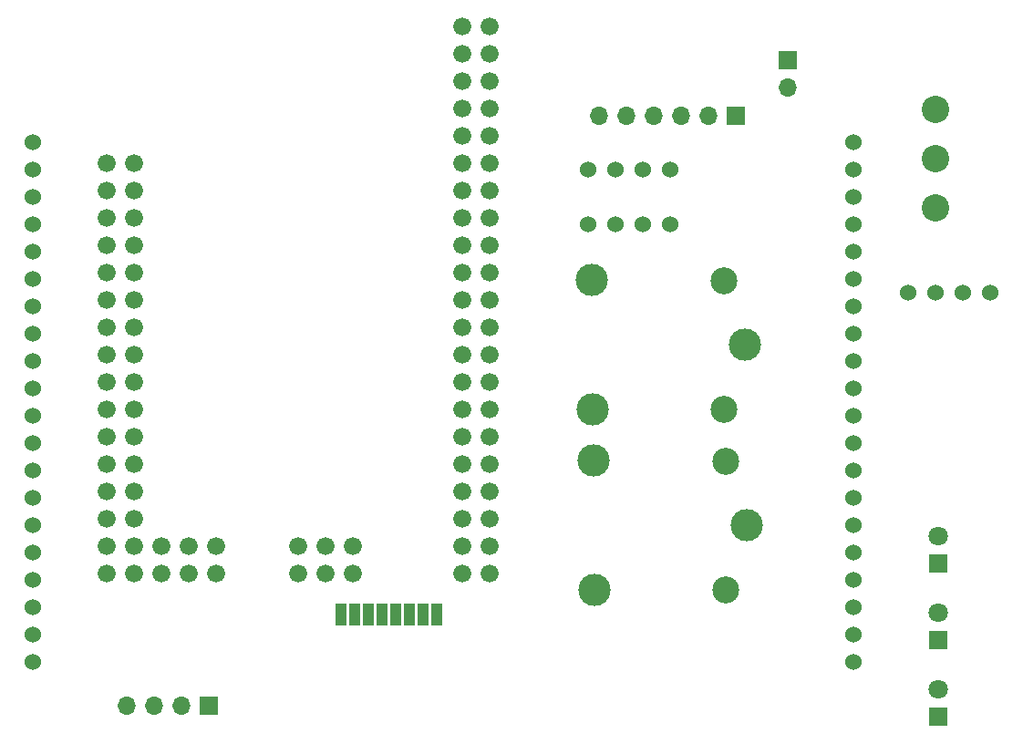
<source format=gbr>
%TF.GenerationSoftware,KiCad,Pcbnew,(6.0.0)*%
%TF.CreationDate,2022-04-01T08:55:31-04:00*%
%TF.ProjectId,Thermostat_Mega,54686572-6d6f-4737-9461-745f4d656761,rev?*%
%TF.SameCoordinates,Original*%
%TF.FileFunction,Soldermask,Bot*%
%TF.FilePolarity,Negative*%
%FSLAX46Y46*%
G04 Gerber Fmt 4.6, Leading zero omitted, Abs format (unit mm)*
G04 Created by KiCad (PCBNEW (6.0.0)) date 2022-04-01 08:55:31*
%MOMM*%
%LPD*%
G01*
G04 APERTURE LIST*
%ADD10C,2.500000*%
%ADD11C,3.000000*%
%ADD12C,1.524000*%
%ADD13C,2.540000*%
%ADD14R,1.800000X1.800000*%
%ADD15C,1.800000*%
%ADD16R,1.700000X1.700000*%
%ADD17O,1.700000X1.700000*%
%ADD18C,1.676400*%
%ADD19R,1.000000X2.000000*%
G04 APERTURE END LIST*
D10*
%TO.C,K1*%
X158188000Y-49676000D03*
D11*
X145938000Y-49626000D03*
X145988000Y-61676000D03*
D10*
X158188000Y-61676000D03*
D11*
X160138000Y-55626000D03*
%TD*%
%TO.C,K2*%
X160274000Y-72390000D03*
D10*
X158324000Y-78440000D03*
D11*
X146124000Y-78440000D03*
X146074000Y-66390000D03*
D10*
X158324000Y-66440000D03*
%TD*%
D12*
%TO.C,J2*%
X170180000Y-36830000D03*
X170180000Y-39370000D03*
X170180000Y-41910000D03*
X170180000Y-44450000D03*
X170180000Y-46990000D03*
X170180000Y-49530000D03*
X170180000Y-52070000D03*
X170180000Y-54610000D03*
X170180000Y-57150000D03*
X170180000Y-59690000D03*
X170180000Y-62230000D03*
X170180000Y-64770000D03*
X170180000Y-67310000D03*
X170180000Y-69850000D03*
X170180000Y-72390000D03*
X170180000Y-74930000D03*
X170180000Y-77470000D03*
X170180000Y-80010000D03*
X170180000Y-82550000D03*
X170180000Y-85090000D03*
X93980000Y-85090000D03*
X93980000Y-82550000D03*
X93980000Y-80010000D03*
X93980000Y-77470000D03*
X93980000Y-74930000D03*
X93980000Y-72390000D03*
X93980000Y-69850000D03*
X93980000Y-67310000D03*
X93980000Y-64770000D03*
X93980000Y-62230000D03*
X93980000Y-59690000D03*
X93980000Y-57150000D03*
X93980000Y-54610000D03*
X93980000Y-52070000D03*
X93980000Y-49530000D03*
X93980000Y-46990000D03*
X93980000Y-44450000D03*
X93980000Y-41910000D03*
X93980000Y-39370000D03*
X93980000Y-36830000D03*
%TD*%
D13*
%TO.C,SW1*%
X177800000Y-42926000D03*
X177800000Y-38354000D03*
X177800000Y-33782000D03*
%TD*%
D14*
%TO.C,D3*%
X178054000Y-90170000D03*
D15*
X178054000Y-87630000D03*
%TD*%
D14*
%TO.C,D4*%
X178054000Y-75946000D03*
D15*
X178054000Y-73406000D03*
%TD*%
D12*
%TO.C,J1*%
X145542000Y-44450000D03*
X145542000Y-39370000D03*
X148082000Y-39370000D03*
X148082000Y-44450000D03*
X150622000Y-39370000D03*
X150622000Y-44450000D03*
X153162000Y-39370000D03*
X153162000Y-44450000D03*
%TD*%
D14*
%TO.C,D2*%
X178054000Y-83058000D03*
D15*
X178054000Y-80518000D03*
%TD*%
D16*
%TO.C,JP1: Jump to power Arduino from Serial Port*%
X164084000Y-29205000D03*
D17*
X164084000Y-31745000D03*
%TD*%
D12*
%TO.C,U1*%
X180372000Y-50768000D03*
X177832000Y-50768000D03*
X175292000Y-50768000D03*
X182912000Y-50768000D03*
%TD*%
D16*
%TO.C,<-- Serial Port*%
X159258000Y-34372000D03*
D17*
X156718000Y-34372000D03*
X154178000Y-34372000D03*
X151638000Y-34372000D03*
X149098000Y-34372000D03*
X146558000Y-34372000D03*
%TD*%
D18*
%TO.C,U3*%
X136398000Y-33728000D03*
X133858000Y-33728000D03*
X136398000Y-31188000D03*
X133858000Y-31188000D03*
X118618000Y-76908000D03*
X100838000Y-38808000D03*
X103378000Y-38808000D03*
X100838000Y-41348000D03*
X103378000Y-41348000D03*
X100838000Y-43888000D03*
X103378000Y-43888000D03*
X100838000Y-46428000D03*
X103378000Y-46428000D03*
X100838000Y-48968000D03*
X103378000Y-48968000D03*
X100838000Y-51508000D03*
X103378000Y-51508000D03*
X100838000Y-54048000D03*
X103378000Y-54048000D03*
X100838000Y-56588000D03*
X103378000Y-56588000D03*
X133858000Y-36268000D03*
X133858000Y-41348000D03*
X136398000Y-41348000D03*
X133858000Y-43888000D03*
X136398000Y-43888000D03*
X133858000Y-46428000D03*
X136398000Y-46428000D03*
X133858000Y-48968000D03*
X136398000Y-48968000D03*
X133858000Y-51508000D03*
X136398000Y-51508000D03*
X133858000Y-54048000D03*
X136398000Y-54048000D03*
X133858000Y-56588000D03*
X136398000Y-56588000D03*
X133858000Y-59128000D03*
X136398000Y-59128000D03*
X133858000Y-61668000D03*
X136398000Y-61668000D03*
X133858000Y-64208000D03*
X136398000Y-64208000D03*
X133858000Y-66748000D03*
X136398000Y-66748000D03*
X133858000Y-69288000D03*
X136398000Y-69288000D03*
X133858000Y-71828000D03*
X136398000Y-71828000D03*
X133858000Y-74368000D03*
X136398000Y-74368000D03*
X133858000Y-76908000D03*
X136398000Y-76908000D03*
X100838000Y-59128000D03*
X103378000Y-59128000D03*
X100838000Y-61668000D03*
X103378000Y-61668000D03*
X100838000Y-64208000D03*
X103378000Y-64208000D03*
X100838000Y-66748000D03*
X103378000Y-66748000D03*
X100838000Y-69288000D03*
X103378000Y-69288000D03*
X100838000Y-71828000D03*
X103378000Y-71828000D03*
X100838000Y-74368000D03*
X103378000Y-74368000D03*
X100838000Y-76908000D03*
X103378000Y-76908000D03*
X105918000Y-76908000D03*
X105918000Y-74368000D03*
X108458000Y-76908000D03*
X108458000Y-74368000D03*
X110998000Y-76908000D03*
X110998000Y-74368000D03*
X136398000Y-28648000D03*
X133858000Y-28648000D03*
X123698000Y-76908000D03*
X118618000Y-74368000D03*
X121158000Y-76908000D03*
X123698000Y-74368000D03*
X136398000Y-36268000D03*
X133858000Y-38808000D03*
X121158000Y-74368000D03*
X136398000Y-38808000D03*
X136398000Y-26108000D03*
X133858000Y-26108000D03*
%TD*%
D16*
%TO.C,U4*%
X110352200Y-89199000D03*
D17*
X107812200Y-89199000D03*
X105272200Y-89199000D03*
X102732200Y-89199000D03*
%TD*%
D19*
%TO.C,U2*%
X123870000Y-80708000D03*
X122600000Y-80708000D03*
X125140000Y-80708000D03*
X126410000Y-80708000D03*
X127680000Y-80708000D03*
X128950000Y-80708000D03*
X130220000Y-80708000D03*
X131490000Y-80708000D03*
%TD*%
M02*

</source>
